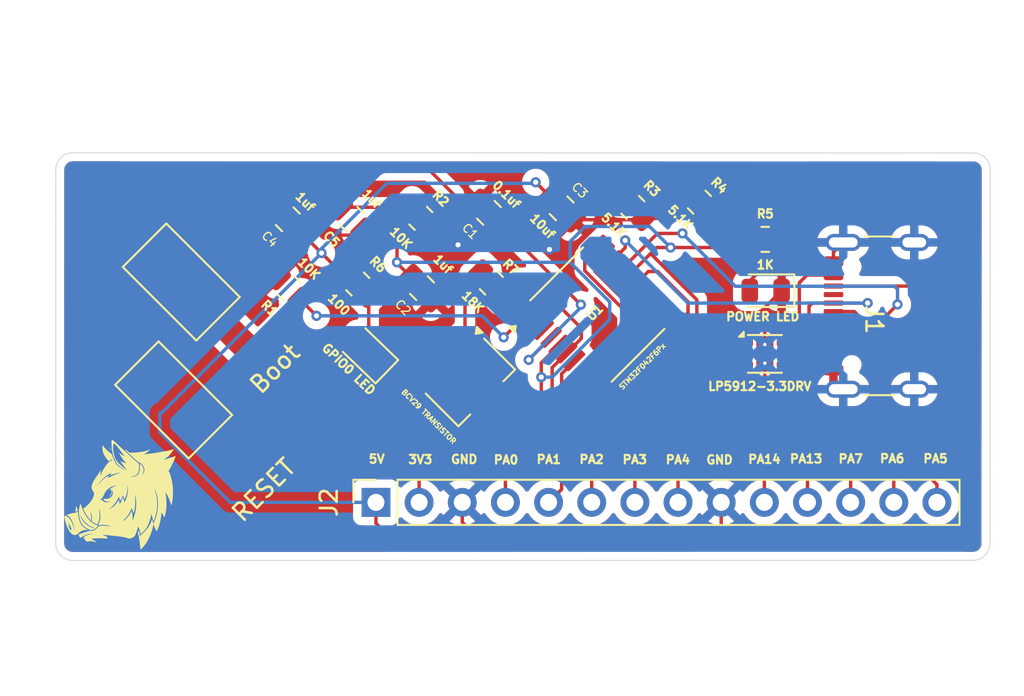
<source format=kicad_pcb>
(kicad_pcb (version 20241229) (generator "pcbnew") (generator_version "9.0")
  (layers (0 "F.Cu" signal) (2 "B.Cu" signal) (13 "F.Paste" user) (15 "B.Paste" user) (5 "F.SilkS" user "F.Silkscreen") (7 "B.SilkS" user "B.Silkscreen") (1 "F.Mask" user) (3 "B.Mask" user) (25 "Edge.Cuts" user))
  (net 0 "")
  (net 1 "GND")
  (net 2 "Net-(U1-NRST)")
  (net 3 "/3V3")
  (net 4 "/5v")
  (net 5 "Net-(D1-A)")
  (net 6 "Net-(D2-K)")
  (net 7 "Net-(D2-A)")
  (net 8 "/PA3")
  (net 9 "/PA4")
  (net 10 "/PA0")
  (net 11 "/PA2")
  (net 12 "/PA1")
  (net 13 "/PA5")
  (net 14 "/PA7")
  (net 15 "/PA6")
  (net 16 "/PA14")
  (net 17 "/PA13")
  (net 18 "Net-(U1-PB8)")
  (net 19 "Net-(J1-CC1)")
  (net 20 "Net-(J1-CC2)")
  (net 21 "/USB DM")
  (net 24 "/USB DP")
  (net 28 "Net-(Q1-B)")
  (footprint "Resistor_SMD:R_0805_2012Metric" (layer "F.Cu") (at 137.97 82.22 135)
    (property "Reference" "R3" (at 0 1.569777 135) (layer "F.SilkS") (effects (font (size 0.5 0.5) (thickness 0.125))))
    (property "Value" "5.1K" (at 0.042426 -1.541493 135) (layer "F.SilkS") (effects (font (size 0.5 0.5) (thickness 0.125))))
    (pad "1" smd roundrect (at -0.9125 0 135) (size 1.025 1.4) (layers "F.Cu" "F.Mask" "F.Paste") (roundrect_rratio 0.243902) (net 1 "GND"))
    (pad "2" smd roundrect (at 0.9125 0 135) (size 1.025 1.4) (layers "F.Cu" "F.Mask" "F.Paste") (roundrect_rratio 0.243902) (net 19 "Net-(J1-CC1)"))
  )
  (footprint "Resistor_SMD:R_0805_2012Metric" (layer "F.Cu") (at 141.89 81.91 135)
    (property "Reference" "R4" (at -0.127279 1.513209 135) (layer "F.SilkS") (effects (font (size 0.5 0.5) (thickness 0.125))))
    (property "Value" "5.1K" (at 0.148492 -1.435427 135) (layer "F.SilkS") (effects (font (size 0.5 0.5) (thickness 0.125))))
    (pad "1" smd roundrect (at -0.9125 0 135) (size 1.025 1.4) (layers "F.Cu" "F.Mask" "F.Paste") (roundrect_rratio 0.243902) (net 1 "GND"))
    (pad "2" smd roundrect (at 0.9125 0 135) (size 1.025 1.4) (layers "F.Cu" "F.Mask" "F.Paste") (roundrect_rratio 0.243902) (net 20 "Net-(J1-CC2)"))
  )
  (footprint "Package_SO:TSSOP-20_4.4x6.5mm_P0.65mm" (layer "F.Cu") (at 135.88 88.53 45)
    (property "Reference" "U1" (at -0.0175 -0.195 45) (layer "F.SilkS") (effects (font (size 0.5 0.5) (thickness 0.125))))
    (property "Value" "STM32F042F6Px" (hide yes))
    (pad "1" smd roundrect (at -2.8625 -2.925 45) (size 1.475 0.4) (layers "F.Cu" "F.Mask" "F.Paste") (net 18 "Net-(U1-PB8)"))
    (pad "2" smd roundrect (at -2.8625 -2.275 45) (size 1.475 0.4) (layers "F.Cu" "F.Mask" "F.Paste"))
    (pad "3" smd roundrect (at -2.8625 -1.625 45) (size 1.475 0.4) (layers "F.Cu" "F.Mask" "F.Paste"))
    (pad "4" smd roundrect (at -2.8625 -0.975 45) (size 1.475 0.4) (layers "F.Cu" "F.Mask" "F.Paste") (net 2 "Net-(U1-NRST)"))
    (pad "5" smd roundrect (at -2.8625 -0.325 45) (size 1.475 0.4) (layers "F.Cu" "F.Mask" "F.Paste") (net 3 "/3V3"))
    (pad "6" smd roundrect (at -2.8625 0.325 45) (size 1.475 0.4) (layers "F.Cu" "F.Mask" "F.Paste") (net 10 "/PA0"))
    (pad "7" smd roundrect (at -2.8625 0.975 45) (size 1.475 0.4) (layers "F.Cu" "F.Mask" "F.Paste") (net 12 "/PA1"))
    (pad "8" smd roundrect (at -2.8625 1.625 45) (size 1.475 0.4) (layers "F.Cu" "F.Mask" "F.Paste") (net 11 "/PA2"))
    (pad "9" smd roundrect (at -2.8625 2.275 45) (size 1.475 0.4) (layers "F.Cu" "F.Mask" "F.Paste") (net 8 "/PA3"))
    (pad "10" smd roundrect (at -2.8625 2.925 45) (size 1.475 0.4) (layers "F.Cu" "F.Mask" "F.Paste") (net 9 "/PA4"))
    (pad "11" smd roundrect (at 2.8625 2.925 45) (size 1.475 0.4) (layers "F.Cu" "F.Mask" "F.Paste") (net 13 "/PA5"))
    (pad "12" smd roundrect (at 2.8625 2.275 45) (size 1.475 0.4) (layers "F.Cu" "F.Mask" "F.Paste") (net 15 "/PA6"))
    (pad "13" smd roundrect (at 2.8625 1.625 45) (size 1.475 0.4) (layers "F.Cu" "F.Mask" "F.Paste") (net 14 "/PA7"))
    (pad "14" smd roundrect (at 2.8625 0.975 45) (size 1.475 0.4) (layers "F.Cu" "F.Mask" "F.Paste"))
    (pad "15" smd roundrect (at 2.8625 0.325 45) (size 1.475 0.4) (layers "F.Cu" "F.Mask" "F.Paste") (net 1 "GND"))
    (pad "16" smd roundrect (at 2.8625 -0.325 45) (size 1.475 0.4) (layers "F.Cu" "F.Mask" "F.Paste") (net 3 "/3V3"))
    (pad "17" smd roundrect (at 2.8625 -0.975 45) (size 1.475 0.4) (layers "F.Cu" "F.Mask" "F.Paste") (net 21 "/USB DM"))
    (pad "18" smd roundrect (at 2.8625 -1.625 45) (size 1.475 0.4) (layers "F.Cu" "F.Mask" "F.Paste") (net 24 "/USB DP"))
    (pad "19" smd roundrect (at 2.8625 -2.275 45) (size 1.475 0.4) (layers "F.Cu" "F.Mask" "F.Paste") (net 17 "/PA13"))
    (pad "20" smd roundrect (at 2.8625 -2.925 45) (size 1.475 0.4) (layers "F.Cu" "F.Mask" "F.Paste") (net 16 "/PA14"))
  )
  (footprint "Button_Switch_SMD:SW_SPST_FSMSM" (layer "F.Cu") (at 110.94 93.55 135)
    (property "Reference" "SW2" (hide yes))
    (property "Value" "RESET" (at -7.5 0 45) (layer "F.SilkS"))
    (pad "1" smd rect (at -4.59 0 135) (size 2.18 1.6) (layers "F.Cu" "F.Mask" "F.Paste") (net 1 "GND"))
    (pad "2" smd rect (at 4.59 0 135) (size 2.18 1.6) (layers "F.Cu" "F.Mask" "F.Paste") (net 2 "Net-(U1-NRST)"))
  )
  (footprint "Resistor_SMD:R_0805_2012Metric" (layer "F.Cu") (at 121.78 86.73 -45)
    (property "Reference" "R6" (at 0.021213 -1.647559 135) (layer "F.SilkS") (effects (font (size 0.5 0.5) (thickness 0.125))))
    (property "Value" "100" (at 0.070711 1.640488 135) (layer "F.SilkS") (effects (font (size 0.5 0.5) (thickness 0.125))))
    (pad "1" smd roundrect (at -0.9125 0 315) (size 1.025 1.4) (layers "F.Cu" "F.Mask" "F.Paste") (roundrect_rratio 0.243902) (net 4 "/5v"))
    (pad "2" smd roundrect (at 0.9125 0 315) (size 1.025 1.4) (layers "F.Cu" "F.Mask" "F.Paste") (roundrect_rratio 0.243902) (net 7 "Net-(D2-A)"))
  )
  (footprint "Resistor_SMD:R_0805_2012Metric" (layer "F.Cu") (at 125.49 82.86 -45)
    (property "Reference" "R2" (at 0 -1.65 135) (layer "F.SilkS") (effects (font (size 0.5 0.5) (thickness 0.125))))
    (property "Value" "10K" (at 0 1.65 135) (layer "F.SilkS") (effects (font (size 0.5 0.5) (thickness 0.125))))
    (pad "1" smd roundrect (at -0.9125 0 315) (size 1.025 1.4) (layers "F.Cu" "F.Mask" "F.Paste") (roundrect_rratio 0.243902) (net 3 "/3V3"))
    (pad "2" smd roundrect (at 0.9125 0 315) (size 1.025 1.4) (layers "F.Cu" "F.Mask" "F.Paste") (roundrect_rratio 0.243902) (net 2 "Net-(U1-NRST)"))
  )
  (footprint "Connector_USB:USB_C_Receptacle_GCT_USB4105-xx-A_16P_TopMnt_Horizontal" (layer "F.Cu") (at 153.46 88.6 90)
    (property "Reference" "J1" (at -0.22 -1.28 270) (layer "F.SilkS"))
    (property "Value" "USB_C_Receptacle_USB2.0_16P" (hide yes))
    (pad "" np_thru_hole circle (at -2.89 -2.605 90) (size 0.65 0.65) (drill 0.65) (layers "*.Cu" "*.Mask"))
    (pad "" np_thru_hole circle (at 2.89 -2.605 90) (size 0.65 0.65) (drill 0.65) (layers "*.Cu" "*.Mask"))
    (pad "A1" smd roundrect (at -3.2 -3.68 90) (size 0.6 1.15) (layers "F.Cu" "F.Mask" "F.Paste") (net 1 "GND"))
    (pad "A4" smd roundrect (at -2.4 -3.68 90) (size 0.6 1.15) (layers "F.Cu" "F.Mask" "F.Paste") (net 4 "/5v"))
    (pad "A5" smd roundrect (at -1.25 -3.68 90) (size 0.3 1.15) (layers "F.Cu" "F.Mask" "F.Paste") (net 19 "Net-(J1-CC1)"))
    (pad "A6" smd roundrect (at -0.25 -3.68 90) (size 0.3 1.15) (layers "F.Cu" "F.Mask" "F.Paste") (net 24 "/USB DP"))
    (pad "A7" smd roundrect (at 0.25 -3.68 90) (size 0.3 1.15) (layers "F.Cu" "F.Mask" "F.Paste") (net 21 "/USB DM"))
    (pad "A8" smd roundrect (at 1.25 -3.68 90) (size 0.3 1.15) (layers "F.Cu" "F.Mask" "F.Paste"))
    (pad "A9" smd roundrect (at 2.4 -3.68 90) (size 0.6 1.15) (layers "F.Cu" "F.Mask" "F.Paste") (net 4 "/5v"))
    (pad "A12" smd roundrect (at 3.2 -3.68 90) (size 0.6 1.15) (layers "F.Cu" "F.Mask" "F.Paste") (net 1 "GND"))
    (pad "B1" smd roundrect (at 3.2 -3.68 90) (size 0.6 1.15) (layers "F.Cu" "F.Mask" "F.Paste") (net 1 "GND"))
    (pad "B4" smd roundrect (at 2.4 -3.68 90) (size 0.6 1.15) (layers "F.Cu" "F.Mask" "F.Paste") (net 4 "/5v"))
    (pad "B5" smd roundrect (at 1.75 -3.68 90) (size 0.3 1.15) (layers "F.Cu" "F.Mask" "F.Paste") (net 20 "Net-(J1-CC2)"))
    (pad "B6" smd roundrect (at 0.75 -3.68 90) (size 0.3 1.15) (layers "F.Cu" "F.Mask" "F.Paste") (net 24 "/USB DP"))
    (pad "B7" smd roundrect (at -0.75 -3.68 90) (size 0.3 1.15) (layers "F.Cu" "F.Mask" "F.Paste") (net 21 "/USB DM"))
    (pad "B8" smd roundrect (at -1.75 -3.68 90) (size 0.3 1.15) (layers "F.Cu" "F.Mask" "F.Paste"))
    (pad "B9" smd roundrect (at -2.4 -3.68 90) (size 0.6 1.15) (layers "F.Cu" "F.Mask" "F.Paste") (net 4 "/5v"))
    (pad "B12" smd roundrect (at -3.2 -3.68 90) (size 0.6 1.15) (layers "F.Cu" "F.Mask" "F.Paste") (net 1 "GND"))
    (pad "S1" thru_hole oval (at -4.32 -3.105 90) (size 1 2.1) (drill oval 0.6 1.7) (property pad_prop_heatsink) (layers "*.Cu" "*.Mask" "F.Paste") (net 1 "GND"))
    (pad "S1" thru_hole oval (at -4.32 1.075 90) (size 1 1.8) (drill oval 0.6 1.4) (property pad_prop_heatsink) (layers "*.Cu" "*.Mask" "F.Paste") (net 1 "GND"))
    (pad "S1" thru_hole oval (at 4.32 -3.105 90) (size 1 2.1) (drill oval 0.6 1.7) (property pad_prop_heatsink) (layers "*.Cu" "*.Mask" "F.Paste") (net 1 "GND"))
    (pad "S1" thru_hole oval (at 4.32 1.075 90) (size 1 1.8) (drill oval 0.6 1.4) (property pad_prop_heatsink) (layers "*.Cu" "*.Mask" "F.Paste") (net 1 "GND"))
  )
  (footprint "LED_SMD:LED_0805_2012Metric" (layer "F.Cu") (at 122.28 90.72 136)
    (property "Reference" "GPIO0 LED" (at 0.0356 -1.456284 136) (layer "F.SilkS") (effects (font (size 0.5 0.5) (thickness 0.125))))
    (property "Value" "LED" (hide yes))
    (pad "1" smd roundrect (at -0.9375 0 136) (size 0.975 1.4) (layers "F.Cu" "F.Mask" "F.Paste") (net 6 "Net-(D2-K)"))
    (pad "2" smd roundrect (at 0.9375 0 136) (size 0.975 1.4) (layers "F.Cu" "F.Mask" "F.Paste") (net 7 "Net-(D2-A)"))
  )
  (footprint "Capacitor_SMD:C_0805_2012Metric" (layer "F.Cu") (at 133.78 82.27 -45)
    (property "Reference" "C3" (hide yes))
    (property "Value" "10uf" (at -0.042426 1.541493 135) (layer "F.SilkS") (effects (font (size 0.5 0.5) (thickness 0.125))))
    (fp_text user "${REFERENCE}" (at 0 -1.5 135) (layer "F.SilkS") (effects (font (size 0.5 0.5) (thickness 0.08))))
    (pad "1" smd roundrect (at -0.949999 0 315) (size 1 1.45) (layers "F.Cu" "F.Mask" "F.Paste") (net 4 "/5v"))
    (pad "2" smd roundrect (at 0.949999 0 315) (size 1 1.45) (layers "F.Cu" "F.Mask" "F.Paste") (net 1 "GND"))
  )
  (footprint "Resistor_SMD:R_0805_2012Metric" (layer "F.Cu") (at 117.74 86.99 135)
    (property "Reference" "R1" (at 0 -1.65 135) (layer "F.SilkS") (effects (font (size 0.5 0.5) (thickness 0.125))))
    (property "Value" "10K" (at 0 1.65 135) (layer "F.SilkS") (effects (font (size 0.5 0.5) (thickness 0.125))))
    (pad "1" smd roundrect (at -0.9125 0 135) (size 1.025 1.4) (layers "F.Cu" "F.Mask" "F.Paste") (roundrect_rratio 0.243902) (net 18 "Net-(U1-PB8)"))
    (pad "2" smd roundrect (at 0.9125 0 135) (size 1.025 1.4) (layers "F.Cu" "F.Mask" "F.Paste") (roundrect_rratio 0.243902) (net 1 "GND"))
  )
  (footprint "Capacitor_SMD:C_0805_2012Metric" (layer "F.Cu") (at 121.42 82.9 135)
    (property "Reference" "C5" (at 0 -1.679999 135) (layer "F.SilkS") (effects (font (size 0.5 0.5) (thickness 0.125))))
    (property "Value" "1uf" (at 0 1.679999 135) (layer "F.SilkS") (effects (font (size 0.5 0.5) (thickness 0.125))))
    (pad "1" smd roundrect (at -0.949999 0 135) (size 1 1.45) (layers "F.Cu" "F.Mask" "F.Paste") (net 1 "GND"))
    (pad "2" smd roundrect (at 0.949999 0 135) (size 1 1.45) (layers "F.Cu" "F.Mask" "F.Paste") (net 3 "/3V3"))
  )
  (footprint "Button_Switch_SMD:SW_SPST_FSMSM" (layer "F.Cu") (at 111.39 86.61 135)
    (property "Reference" "SW1" (hide yes))
    (property "Value" "Boot" (at -7.502403 0.289914 45) (layer "F.SilkS"))
    (pad "1" smd rect (at -4.59 0 135) (size 2.18 1.6) (layers "F.Cu" "F.Mask" "F.Paste") (net 18 "Net-(U1-PB8)"))
    (pad "2" smd rect (at 4.59 0 135) (size 2.18 1.6) (layers "F.Cu" "F.Mask" "F.Paste") (net 3 "/3V3"))
  )
  (footprint "Capacitor_SMD:C_0805_2012Metric" (layer "F.Cu") (at 129.5 82.54 135)
    (property "Reference" "C1" (hide yes))
    (property "Value" "0.1uf" (at 0.035355 1.491995 135) (layer "F.SilkS") (effects (font (size 0.5 0.5) (thickness 0.125))))
    (fp_text user "${REFERENCE}" (at 0.021213 -1.548564 135) (layer "F.SilkS") (effects (font (size 0.5 0.5) (thickness 0.08))))
    (pad "1" smd roundrect (at -0.949999 0 135) (size 1 1.45) (layers "F.Cu" "F.Mask" "F.Paste") (net 2 "Net-(U1-NRST)"))
    (pad "2" smd roundrect (at 0.949999 0 135) (size 1 1.45) (layers "F.Cu" "F.Mask" "F.Paste") (net 1 "GND"))
  )
  (footprint "FOOTprint:Boar1" (layer "F.Cu") (at 107.79 99.14)
    (property "Reference" "G***" (hide yes))
    (property "Value" "LOGO" (hide yes))
  )
  (footprint "Connector_PinSocket_2.54mm:PinSocket_1x14_P2.54mm_Vertical" (layer "F.Cu") (at 122.85 99.58 90)
    (property "Reference" "J2" (at 0 -2.77 90) (layer "F.SilkS"))
    (property "Value" "Conn_01x14_Pin")
    (pad "1" thru_hole rect (at 0 0 90) (size 1.7 1.7) (drill 1) (layers "*.Cu" "*.Mask") (net 4 "/5v"))
    (pad "2" thru_hole circle (at 0 2.54 90) (size 1.7 1.7) (drill 1) (layers "*.Cu" "*.Mask") (net 3 "/3V3"))
    (pad "3" thru_hole circle (at 0 5.08 90) (size 1.7 1.7) (drill 1) (layers "*.Cu" "*.Mask") (net 1 "GND"))
    (pad "4" thru_hole circle (at 0 7.62 90) (size 1.7 1.7) (drill 1) (layers "*.Cu" "*.Mask") (net 10 "/PA0"))
    (pad "5" thru_hole circle (at 0 10.16 90) (size 1.7 1.7) (drill 1) (layers "*.Cu" "*.Mask") (net 12 "/PA1"))
    (pad "6" thru_hole circle (at 0 12.7 90) (size 1.7 1.7) (drill 1) (layers "*.Cu" "*.Mask") (net 11 "/PA2"))
    (pad "7" thru_hole circle (at 0 15.24 90) (size 1.7 1.7) (drill 1) (layers "*.Cu" "*.Mask") (net 8 "/PA3"))
    (pad "8" thru_hole circle (at 0 17.78 90) (size 1.7 1.7) (drill 1) (layers "*.Cu" "*.Mask") (net 9 "/PA4"))
    (pad "9" thru_hole circle (at 0 20.32 90) (size 1.7 1.7) (drill 1) (layers "*.Cu" "*.Mask") (net 1 "GND"))
    (pad "10" thru_hole circle (at 0 22.86 90) (size 1.7 1.7) (drill 1) (layers "*.Cu" "*.Mask") (net 16 "/PA14"))
    (pad "11" thru_hole circle (at 0 25.4 90) (size 1.7 1.7) (drill 1) (layers "*.Cu" "*.Mask") (net 17 "/PA13"))
    (pad "12" thru_hole circle (at 0 27.94 90) (size 1.7 1.7) (drill 1) (layers "*.Cu" "*.Mask") (net 14 "/PA7"))
    (pad "13" thru_hole circle (at 0 30.48 90) (size 1.7 1.7) (drill 1) (layers "*.Cu" "*.Mask") (net 15 "/PA6"))
    (pad "14" thru_hole circle (at 0 33.02 90) (size 1.7 1.7) (drill 1) (layers "*.Cu" "*.Mask") (net 13 "/PA5"))
  )
  (footprint "Capacitor_SMD:C_0805_2012Metric" (layer "F.Cu") (at 117.66 82.92 -45)
    (property "Reference" "C4" (hide yes))
    (property "Value" "1uf" (at -0.007071 -1.463711 135) (layer "F.SilkS") (effects (font (size 0.5 0.5) (thickness 0.125))))
    (fp_text user "${REFERENCE}" (at 0.06364 1.576848 135) (layer "F.SilkS") (effects (font (size 0.5 0.5) (thickness 0.08))))
    (pad "1" smd roundrect (at -0.949999 0 315) (size 1 1.45) (layers "F.Cu" "F.Mask" "F.Paste") (net 1 "GND"))
    (pad "2" smd roundrect (at 0.949999 0 315) (size 1 1.45) (layers "F.Cu" "F.Mask" "F.Paste") (net 4 "/5v"))
  )
  (footprint "Package_TO_SOT_SMD:SOT-89-3" (layer "F.Cu") (at 128.41 92.47 -45)
    (property "Reference" "BCV29 TRANSISTOR" (at -0.274157 3.188118 135) (layer "F.SilkS") (effects (font (size 0.3 0.3) (thickness 0.075))))
    (property "Value" "BCV29" (hide yes))
    (pad "1" smd roundrect (at -1.95 -1.5 315) (size 1.3 0.9) (layers "F.Cu" "F.Mask" "F.Paste") (net 28 "Net-(Q1-B)"))
    (pad "2" smd custom (at -1.862499 0 315) (size 1.475 0.9) (layers "F.Cu" "F.Mask" "F.Paste") (net 6 "Net-(D2-K)") (options (clearance outline) (anchor rect)) (primitives (gr_poly (pts (xy 3.8625 0.8665) (xy 0.7375 0.8665) (xy 0.7375 -0.8665) (xy 3.8625 -0.8665)) (width 0) (fill yes))))
    (pad "3" smd roundrect (at -1.95 1.5 315) (size 1.3 0.9) (layers "F.Cu" "F.Mask" "F.Paste") (net 1 "GND"))
  )
  (footprint "Package_SON:WSON-6-1EP_2x2mm_P0.65mm_EP1x1.6mm_ThermalVias" (layer "F.Cu") (at 145.74 90.84)
    (property "Reference" "U2" (hide yes))
    (property "Value" "LP5912-3.3DRV" (at -0.3 1.91 0) (layer "F.SilkS") (effects (font (size 0.5 0.5) (thickness 0.125))))
    (pad "1" smd roundrect (at -0.8875 -0.65) (size 0.375 0.4) (layers "F.Cu" "F.Mask" "F.Paste") (net 3 "/3V3"))
    (pad "2" smd roundrect (at -0.8875 0) (size 0.375 0.4) (layers "F.Cu" "F.Mask" "F.Paste"))
    (pad "3" smd roundrect (at -0.8875 0.65) (size 0.375 0.4) (layers "F.Cu" "F.Mask" "F.Paste"))
    (pad "4" smd roundrect (at 0.8875 0.65) (size 0.375 0.4) (layers "F.Cu" "F.Mask" "F.Paste") (net 4 "/5v"))
    (pad "5" smd roundrect (at 0.8875 0) (size 0.375 0.4) (layers "F.Cu" "F.Mask" "F.Paste") (net 1 "GND"))
    (pad "6" smd roundrect (at 0.8875 -0.65) (size 0.375 0.4) (layers "F.Cu" "F.Mask" "F.Paste") (net 4 "/5v"))
    (pad "7" thru_hole circle (at 0 -0.55) (size 0.5 0.5) (drill 0.2) (property pad_prop_heatsink) (layers "*.Cu") (net 1 "GND"))
    (pad "7" smd rect (at 0 0) (size 0.5 1.6) (property pad_prop_heatsink) (layers "B.Cu") (net 1 "GND"))
    (pad "7" smd rect (at 0 0) (size 1 1.6) (property pad_prop_heatsink) (layers "F.Cu" "F.Mask") (net 1 "GND"))
    (pad "7" thru_hole circle (at 0 0.55) (size 0.5 0.5) (drill 0.2) (property pad_prop_heatsink) (layers "*.Cu") (net 1 "GND"))
  )
  (footprint "Resistor_SMD:R_0805_2012Metric" (layer "F.Cu") (at 129.64 86.67 135)
    (property "Reference" "R7" (hide yes))
    (property "Value" "18K" (at -0.028284 -1.555635 135) (layer "F.SilkS") (effects (font (size 0.5 0.5) (thickness 0.125))))
    (pad "1" smd roundrect (at -0.9125 0 135) (size 1.025 1.4) (layers "F.Cu" "F.Mask" "F.Paste") (roundrect_rratio 0.243902) (net 10 "/PA0"))
    (pad "2" smd roundrect (at 0.9125 0 135) (size 1.025 1.4) (layers "F.Cu" "F.Mask" "F.Paste") (roundrect_rratio 0.243902) (net 28 "Net-(Q1-B)"))
  )
  (footprint "Capacitor_SMD:C_0805_2012Metric" (layer "F.Cu") (at 125.56 86.97 -45)
    (property "Reference" "C2" (hide yes))
    (property "Value" "1uf" (at -0.120208 -1.873833 135) (layer "F.SilkS") (effects (font (size 0.5 0.5) (thickness 0.125))))
    (fp_text user "${REFERENCE}" (at 0.014142 1.598061 135) (layer "F.SilkS") (effects (font (size 0.5 0.5) (thickness 0.08))))
    (pad "1" smd roundrect (at -0.949999 0 315) (size 1 1.45) (layers "F.Cu" "F.Mask" "F.Paste") (net 3 "/3V3"))
    (pad "2" smd roundrect (at 0.949999 0 315) (size 1 1.45) (layers "F.Cu" "F.Mask" "F.Paste") (net 1 "GND"))
  )
  (footprint "Resistor_SMD:R_0805_2012Metric" (layer "F.Cu") (at 145.765 84.1)
    (property "Reference" "R5" (at 0 -1.5 0) (layer "F.SilkS") (effects (font (size 0.5 0.5) (thickness 0.125))))
    (property "Value" "1K" (at 0 1.5 0) (layer "F.SilkS") (effects (font (size 0.5 0.5) (thickness 0.125))))
    (pad "1" smd roundrect (at -0.9125 0) (size 1.025 1.4) (layers "F.Cu" "F.Mask" "F.Paste") (roundrect_rratio 0.243902) (net 3 "/3V3"))
    (pad "2" smd roundrect (at 0.9125 0) (size 1.025 1.4) (layers "F.Cu" "F.Mask" "F.Paste") (roundrect_rratio 0.243902) (net 5 "Net-(D1-A)"))
  )
  (footprint "LED_SMD:LED_0805_2012Metric" (layer "F.Cu") (at 145.79 87.12 180)
    (property "Reference" "POWER LED " (at -0.0175 -1.53 0) (layer "F.SilkS") (effects (font (size 0.5 0.5) (thickness 0.125))))
    (property "Value" "LED" (hide yes))
    (pad "1" smd roundrect (at -0.9375 0 180) (size 0.975 1.4) (layers "F.Cu" "F.Mask" "F.Paste") (net 1 "GND"))
    (pad "2" smd roundrect (at 0.9375 0 180) (size 0.975 1.4) (layers "F.Cu" "F.Mask" "F.Paste") (net 5 "Net-(D1-A)"))
  )
  (gr_arc (start 104.003247 80) (mid 104.295189 79.295189) (end 105 79.003247) (stroke (width 0.05)) (layer "Edge.Cuts"))
  (gr_line (start 104 102) (end 104.003247 80) (stroke (width 0.05)) (layer "Edge.Cuts"))
  (gr_arc (start 104.99 102.99995) (mid 104.289366 102.703562) (end 104 102) (stroke (width 0.05)) (layer "Edge.Cuts"))
  (gr_line (start 104.99 102.999996) (end 158 102.990201) (stroke (width 0.05)) (layer "Edge.Cuts"))
  (gr_arc (start 158.99 102.02) (mid 158.693071 102.707214) (end 158 102.990202) (stroke (width 0.05)) (layer "Edge.Cuts"))
  (gr_line (start 158.989999 102.02) (end 159.002988 79.99398) (stroke (width 0.05)) (layer "Edge.Cuts"))
  (gr_arc (start 158.032786 79.013071) (mid 158.72 79.31) (end 159.002988 80.003071) (stroke (width 0.05)) (layer "Edge.Cuts"))
  (gr_line (start 158.03275 79.013071) (end 105 79.003247) (stroke (width 0.05)) (layer "Edge.Cuts"))
  (gr_text "PA13\n\n\n" (at 147.15 98.92 0) (layer "F.SilkS") (effects (font (size 0.5 0.5) (thickness 0.125) (bold yes)) (justify left bottom)))
  (gr_text "PA0\n" (at 129.72 97.37 0) (layer "F.SilkS") (effects (font (size 0.5 0.5) (thickness 0.125) (bold yes)) (justify left bottom)))
  (gr_text "GND\n" (at 142.23 97.37 0) (layer "F.SilkS") (effects (font (size 0.5 0.5) (thickness 0.125) (bold yes)) (justify left bottom)))
  (gr_text "PA6\n\n\n\n" (at 152.45 99.71 0) (layer "F.SilkS") (effects (font (size 0.5 0.5) (thickness 0.125) (bold yes)) (justify left bottom)))
  (gr_text "R7" (at 130.18 85.54 315) (layer "F.SilkS") (effects (font (size 0.5 0.5) (thickness 0.125) (bold yes)) (justify left bottom)))
  (gr_text "PA14\n\n" (at 144.69 98.14 0) (layer "F.SilkS") (effects (font (size 0.5 0.5) (thickness 0.125) (bold yes)) (justify left bottom)))
  (gr_text "PA3\n\n" (at 137.3 98.16 0) (layer "F.SilkS") (effects (font (size 0.5 0.5) (thickness 0.125) (bold yes)) (justify left bottom)))
  (gr_text "STM32F042F6Px" (at 137.34 93.02 45) (layer "F.SilkS") (effects (font (size 0.3 0.3) (thickness 0.075)) (justify left bottom)))
  (gr_text "GND\n" (at 127.2 97.34 0) (layer "F.SilkS") (effects (font (size 0.5 0.5) (thickness 0.125) (bold yes)) (justify left bottom)))
  (gr_text "3V3\n" (at 124.69 97.35 0) (layer "F.SilkS") (effects (font (size 0.5 0.5) (thickness 0.125) (bold yes)) (justify left bottom)))
  (gr_text "PA2\n\n" (at 134.76 98.15 0) (layer "F.SilkS") (effects (font (size 0.5 0.5) (thickness 0.125) (bold yes)) (justify left bottom)))
  (gr_text "PA5\n\n\n\n\n" (at 155 100.52 0) (layer "F.SilkS") (effects (font (size 0.5 0.5) (thickness 0.125) (bold yes)) (justify left bottom)))
  (gr_text "PA4\n\n" (at 139.84 98.17 0) (layer "F.SilkS") (effects (font (size 0.5 0.5) (thickness 0.125) (bold yes)) (justify left bottom)))
  (gr_text "PA1\n\n" (at 132.24 98.15 0) (layer "F.SilkS") (effects (font (size 0.5 0.5) (thickness 0.125) (bold yes)) (justify left bottom)))
  (gr_text "PA7\n\n\n" (at 150.01 98.92 0) (layer "F.SilkS") (effects (font (size 0.5 0.5) (thickness 0.125) (bold yes)) (justify left bottom)))
  (gr_text "5V" (at 122.36 97.32 0) (layer "F.SilkS") (effects (font (size 0.5 0.5) (thickness 0.125) (bold yes)) (justify left bottom)))
  (segment (start 153.93 95.39) (end 157.42 98.88) (width 0.2) (layer "F.Cu") (net 1))
  (segment (start 142.225235 82.865235) (end 142.535235 82.555235) (width 0.2) (layer "F.Cu") (net 1))
  (segment (start 138.88 85.99) (end 139.43 85.99) (width 0.2) (layer "F.Cu") (net 1))
  (segment (start 130.24 80.89) (end 129.806498 80.89) (width 0.2) (layer "F.Cu") (net 1))
  (segment (start 144.14 92.92) (end 145.55 94.33) (width 0.2) (layer "F.Cu") (net 1))
  (segment (start 145.74 92.92) (end 146.33 92.92) (width 0.2) (layer "F.Cu") (net 1))
  (segment (start 146.62 95.39) (end 153.93 95.39) (width 0.2) (layer "F.Cu") (net 1))
  (segment (start 126.231751 87.641751) (end 124.471751 87.641751) (width 0.2) (layer "F.Cu") (net 1))
  (segment (start 149.78 85.4) (end 149.78 84.855) (width 0.2) (layer "F.Cu") (net 1))
  (segment (start 138.538719 82.941751) (end 138.615235 82.865235) (width 0.2) (layer "F.Cu") (net 1))
  (segment (start 157.42 98.88) (end 157.42 100.84) (width 0.2) (layer "F.Cu") (net 1))
  (segment (start 146.7275 86.1225) (end 147.45 85.4) (width 0.2) (layer "F.Cu") (net 1))
  (segment (start 149.78 91.8) (end 149.78 92.345) (width 0.2) (layer "F.Cu") (net 1))
  (segment (start 138.394765 82.865235) (end 138.348249 82.911751) (width 0.2) (layer "F.Cu") (net 1))
  (segment (start 146.7275 87.12) (end 146.7275 86.1225) (width 0.2) (layer "F.Cu") (net 1))
  (segment (start 149.78 84.855) (end 150.355 84.28) (width 0.2) (layer "F.Cu") (net 1))
  (segment (start 124.471751 87.641751) (end 122.091751 85.261751) (width 0.2) (layer "F.Cu") (net 1))
  (segment (start 119.5 94.12) (end 124.002284 94.12) (width 0.2) (layer "F.Cu") (net 1))
  (segment (start 134.451751 82.941751) (end 132.291751 82.941751) (width 0.2) (layer "F.Cu") (net 1))
  (segment (start 116.924765 86.344765) (end 117.094765 86.344765) (width 0.2) (layer "F.Cu") (net 1))
  (segment (start 134.451751 82.941751) (end 138.538719 82.941751) (width 0.2) (layer "F.Cu") (net 1))
  (segment (start 114.18562 96.79562) (end 116.82438 96.79562) (width 0.2) (layer "F.Cu") (net 1))
  (segment (start 126.231751 85.868249) (end 127.68 84.42) (width 0.2) (layer "F.Cu") (net 1))
  (segment (start 145.56 94.33) (end 146.62 95.39) (width 0.2) (layer "F.Cu") (net 1))
  (segment (start 127.93 100.75) (end 128.47 101.29) (width 0.2) (layer "F.Cu") (net 1))
  (segment (start 128.47 101.29) (end 143.17 101.29) (width 0.2) (layer "F.Cu") (net 1))
  (segment (start 146.33 92.92) (end 150.355 92.92) (width 0.2) (layer "F.Cu") (net 1))
  (segment (start 124.002284 94.12) (end 125.970482 92.151802) (width 0.2) (layer "F.Cu") (net 1))
  (segment (start 116.988249 82.248249) (end 115.99 83.246498) (width 0.2) (layer "F.Cu") (net 1))
  (segment (start 118.28 81.66) (end 118.28 81.67) (width 0.2) (layer "F.Cu") (net 1))
  (segment (start 132.291751 83.921751) (end 133.06 84.69) (width 0.2) (layer "F.Cu") (net 1))
  (segment (start 147.655235 82.555235) (end 147.93 82.83) (width 0.2) (layer "F.Cu") (net 1))
  (segment (start 143.17 101.29) (end 143.17 99.58) (width 0.2) (layer "F.Cu") (net 1))
  (segment (start 121.813502 83.85) (end 122.091751 83.571751) (width 0.2) (layer "F.Cu") (net 1))
  (segment (start 150.355 84.28) (end 154.535 84.28) (width 0.2) (layer "F.Cu") (net 1))
  (segment (start 122.091751 85.261751) (end 122.091751 83.571751) (width 0.2) (layer "F.Cu") (net 1))
  (segment (start 114.18562 96.79562) (end 110.48 93.09) (width 0.2) (layer "F.Cu") (net 1))
  (segment (start 140.98 89.76) (end 144.14 92.92) (width 0.2) (layer "F.Cu") (net 1))
  (segment (start 126.231751 87.641751) (end 126.231751 85.868249) (width 0.2) (layer "F.Cu") (net 1))
  (segment (start 145.74 90.84) (end 145.74 92.92) (width 0.2) (layer "F.Cu") (net 1))
  (segment (start 116.82438 96.79562) (end 119.5 94.12) (width 0.2) (layer "F.Cu") (net 1))
  (segment (start 139.43 85.99) (end 141.22 87.78) (width 0.2) (layer "F.Cu") (net 1))
  (segment (start 147.45 85.4) (end 147.93 85.4) (width 0.2) (layer "F.Cu") (net 1))
  (segment (start 132.291751 82.941751) (end 132.291751 83.921751) (width 0.2) (layer "F.Cu") (net 1))
  (segment (start 138.133903 86.735717) (end 138.134283 86.735717) (width 0.2) (layer "F.Cu") (net 1))
  (segment (start 141.22 88.42) (end 140.98 88.66) (width 0.2) (layer "F.Cu") (net 1))
  (segment (start 120.46 83.85) (end 121.813502 83.85) (width 0.2) (layer "F.Cu") (net 1))
  (segment (start 146.6275 90.84) (end 145.74 90.84) (width 0.2) (layer "F.Cu") (net 1))
  (segment (start 118.28 81.67) (end 120.46 83.85) (width 0.2) (layer "F.Cu") (net 1))
  (segment (start 110.48 90.92) (end 115.92 85.48) (width 0.2) (layer "F.Cu") (net 1))
  (segment (start 149.78 92.345) (end 150.355 92.92) (width 0.2) (layer "F.Cu") (net 1))
  (segment (start 115.92 85.48) (end 115.99 85.41) (width 0.2) (layer "F.Cu") (net 1))
  (segment (start 115.99 83.246498) (end 115.99 85.41) (width 0.2) (layer "F.Cu") (net 1))
  (segment (start 150.355 92.92) (end 154.535 92.92) (width 0.2) (layer "F.Cu") (net 1))
  (segment (start 144.14 92.92) (end 146.33 92.92) (width 0.2) (layer "F.Cu") (net 1))
  (segment (start 142.535235 82.555235) (end 147.655235 82.555235) (width 0.2) (layer "F.Cu") (net 1))
  (segment (start 141.22 87.78) (end 141.22 88.42) (width 0.2) (layer "F.Cu") (net 1))
  (segment (start 129.806498 80.89) (end 128.828249 81.868249) (width 0.2) (layer "F.Cu") (net 1))
  (segment (start 145.55 94.33) (end 145.56 94.33) (width 0.2) (layer "F.Cu") (net 1))
  (segment (start 145.74 88.1075) (end 146.7275 87.12) (width 0.2) (layer "F.Cu") (net 1))
  (segment (start 116.988249 82.248249) (end 117.576498 81.66) (width 0.2) (layer "F.Cu") (net 1))
  (segment (start 138.615235 82.865235) (end 142.225235 82.865235) (width 0.2) (layer "F.Cu") (net 1))
  (segment (start 138.134283 86.735717) (end 138.88 85.99) (width 0.2) (layer "F.Cu") (net 1))
  (segment (start 138.615235 82.865235) (end 138.394765 82.865235) (width 0.2) (layer "F.Cu") (net 1))
  (segment (start 156.97 101.29) (end 143.17 101.29) (width 0.2) (layer "F.Cu") (net 1))
  (segment (start 127.93 99.58) (end 127.93 100.75) (width 0.2) (layer "F.Cu") (net 1))
  (segment (start 147.93 82.83) (end 147.93 85.4) (width 0.2) (layer "F.Cu") (net 1))
  (segment (start 157.42 100.84) (end 156.97 101.29) (width 0.2) (layer "F.Cu") (net 1))
  (segment (start 115.99 85.41) (end 116.924765 86.344765) (width 0.2) (layer "F.Cu") (net 1))
  (segment (start 140.98 88.66) (end 140.98 89.76) (width 0.2) (layer "F.Cu") (net 1))
  (segment (start 117.576498 81.66) (end 118.28 81.66) (width 0.2) (layer "F.Cu") (net 1))
  (segment (start 132.291751 82.941751) (end 130.24 80.89) (width 0.2) (layer "F.Cu") (net 1))
  (segment (start 147.93 85.4) (end 149.78 85.4) (width 0.2) (layer "F.Cu") (net 1))
  (segment (start 145.74 90.84) (end 145.74 88.1075) (width 0.2) (layer "F.Cu") (net 1))
  (segment (start 110.48 93.09) (end 110.48 90.92) (width 0.2) (layer "F.Cu") (net 1))
  (via (at 133.06 84.69) (size 0.6) (drill 0.3) (layers "F.Cu" "B.Cu") (net 1))
  (via (at 127.68 84.42) (size 0.6) (drill 0.3) (layers "F.Cu" "B.Cu") (net 1))
  (segment (start 127.68 84.42) (end 132.79 84.42) (width 0.2) (layer "B.Cu") (net 1))
  (segment (start 132.79 84.42) (end 133.06 84.69) (width 0.2) (layer "B.Cu") (net 1))
  (segment (start 107.69438 87.92438) (end 105.37 85.6) (width 0.2) (layer "F.Cu") (net 2))
  (segment (start 127.45 81.48) (end 127.45 83.505235) (width 0.2) (layer "F.Cu") (net 2))
  (segment (start 105.37 83.04) (end 108.37 80.04) (width 0.2) (layer "F.Cu") (net 2))
  (segment (start 105.37 85.6) (end 105.37 83.04) (width 0.2) (layer "F.Cu") (net 2))
  (segment (start 127.45 83.505235) (end 129.878267 83.505235) (width 0.2) (layer "F.Cu") (net 2))
  (segment (start 108.37 80.04) (end 126.01 80.04) (width 0.2) (layer "F.Cu") (net 2))
  (segment (start 133.165336 89.864664) (end 131.84 91.19) (width 0.2) (layer "F.Cu") (net 2))
  (segment (start 133.166478 89.864664) (end 133.165336 89.864664) (width 0.2) (layer "F.Cu") (net 2))
  (segment (start 129.878267 83.505235) (end 130.171751 83.211751) (width 0.2) (layer "F.Cu") (net 2))
  (segment (start 134.9 87.94) (end 134.91 87.94) (width 0.2) (layer "F.Cu") (net 2))
  (segment (start 126.01 80.04) (end 127.45 81.48) (width 0.2) (layer "F.Cu") (net 2))
  (segment (start 126.135235 83.505235) (end 127.45 83.505235) (width 0.2) (layer "F.Cu") (net 2))
  (segment (start 130.171751 83.211751) (end 134.9 87.94) (width 0.2) (layer "F.Cu") (net 2))
  (segment (start 107.69438 90.30438) (end 107.69438 87.92438) (width 0.2) (layer "F.Cu") (net 2))
  (via (at 134.91 87.94) (size 0.6) (drill 0.3) (layers "F.Cu" "B.Cu") (net 2))
  (via (at 131.84 91.19) (size 0.6) (drill 0.3) (layers "F.Cu" "B.Cu") (net 2))
  (segment (start 134.91 88.1) (end 131.84 91.17) (width 0.2) (layer "B.Cu") (net 2))
  (segment (start 134.91 87.94) (end 134.91 88.1) (width 0.2) (layer "B.Cu") (net 2))
  (segment (start 131.84 91.17) (end 131.84 91.19) (width 0.2) (layer "B.Cu") (net 2))
  (segment (start 109.01562 83.36438) (end 111.57 80.81) (width 0.2) (layer "F.Cu") (net 3))
  (segment (start 143.28 84.58) (end 143.76 84.1) (width 0.2) (layer "F.Cu") (net 3))
  (segment (start 141.5 88.83) (end 141.74 88.59) (width 0.2) (layer "F.Cu") (net 3))
  (segment (start 108.14438 83.36438) (end 109.01562 83.36438) (width 0.2) (layer "F.Cu") (net 3))
  (segment (start 140.19 84.58) (end 143.28 84.58) (width 0.2) (layer "F.Cu") (net 3))
  (segment (start 124.84 82.21) (end 124.844765 82.214765) (width 0.2) (layer "F.Cu") (net 3))
  (segment (start 133.626097 90.324283) (end 132.58 91.37038) (width 0.2) (layer "F.Cu") (net 3))
  (segment (start 125.39 98.22) (end 125.39 99.58) (width 0.2) (layer "F.Cu") (net 3))
  (segment (start 124.095235 82.214765) (end 124.844765 82.214765) (width 0.2) (layer "F.Cu") (net 3))
  (segment (start 139.37038 84.58) (end 140.19 84.58) (width 0.2) (layer "F.Cu") (net 3))
  (segment (start 124.888249 86.298249) (end 124.09 85.5) (width 0.2) (layer "F.Cu") (net 3))
  (segment (start 126.67 96.94) (end 125.39 98.22) (width 0.2) (layer "F.Cu") (net 3))
  (segment (start 143.76 84.1) (end 144.8525 84.1) (width 0.2) (layer "F.Cu") (net 3))
  (segment (start 111.57 80.81) (end 119.33 80.81) (width 0.2) (layer "F.Cu") (net 3))
  (segment (start 120.748249 82.228249) (end 120.766498 82.21) (width 0.2) (layer "F.Cu") (net 3))
  (segment (start 139.02019 84.94019) (end 139.01019 84.94019) (width 0.2) (layer "F.Cu") (net 3))
  (segment (start 137.674283 86.276097) (end 139.37038 84.58) (width 0.2) (layer "F.Cu") (net 3))
  (segment (start 129.31 96.94) (end 126.67 96.94) (width 0.2) (layer "F.Cu") (net 3))
  (segment (start 132.58 93.67) (end 129.31 96.94) (width 0.2) (layer "F.Cu") (net 3))
  (segment (start 141.74 88.59) (end 141.74 87.66) (width 0.2) (layer "F.Cu") (net 3))
  (segment (start 120.766498 82.21) (end 124.84 82.21) (width 0.2) (layer "F.Cu") (net 3))
  (segment (start 124.09 85.45) (end 124.09 82.22) (width 0.2) (layer "F.Cu") (net 3))
  (segment (start 141.74 87.66) (end 139.02019 84.94019) (width 0.2) (layer "F.Cu") (net 3))
  (segment (start 124.09 85.5) (end 124.09 85.45) (width 0.2) (layer "F.Cu") (net 3))
  (segment (start 141.5 89.6) (end 141.5 88.83) (width 0.2) (layer "F.Cu") (net 3))
  (segment (start 124.09 82.22) (end 124.095235 82.214765) (width 0.2) (layer "F.Cu") (net 3))
  (segment (start 142.09 90.19) (end 141.5 89.6) (width 0.2) (layer "F.Cu") (net 3))
  (segment (start 132.58 91.37038) (end 132.58 92.21) (width 0.2) (layer "F.Cu") (net 3))
  (segment (start 119.33 80.81) (end 120.748249 82.228249) (width 0.2) (layer "F.Cu") (net 3))
  (segment (start 132.58 92.21) (end 132.58 93.67) (width 0.2) (layer "F.Cu") (net 3))
  (segment (start 144.8525 90.19) (end 142.09 90.19) (width 0.2) (layer "F.Cu") (net 3))
  (via (at 140.19 84.58) (size 0.6) (drill 0.3) (layers "F.Cu" "B.Cu") (net 3))
  (via (at 132.58 92.21) (size 0.6) (drill 0.3) (layers "F.Cu" "B.Cu") (net 3))
  (via (at 124.09 85.45) (size 0.6) (drill 0.3) (layers "F.Cu" "B.Cu") (net 3))
  (segment (start 132.58 92.21) (end 133.22 92.21) (width 0.2) (layer "B.Cu") (net 3))
  (segment (start 133.22 92.21) (end 136.61 88.82) (width 0.2) (layer "B.Cu") (net 3))
  (segment (start 136.61 87.78) (end 134.28 85.45) (width 0.2) (layer "B.Cu") (net 3))
  (segment (start 134.28 84.23) (end 134.28 85.45) (width 0.2) (layer "B.Cu") (net 3))
  (segment (start 136.61 88.82) (end 136.61 87.78) (width 0.2) (layer "B.Cu") (net 3))
  (segment (start 140.19 84.58) (end 138.95 83.34) (width 0.2) (layer "B.Cu") (net 3))
  (segment (start 134.28 85.45) (end 124.09 85.45) (width 0.2) (layer "B.Cu") (net 3))
  (segment (start 138.95 83.34) (end 135.17 83.34) (width 0.2) (layer "B.Cu") (net 3))
  (segment (start 135.17 83.34) (end 134.28 84.23) (width 0.2) (layer "B.Cu") (net 3))
  (segment (start 146.6275 90.19) (end 147.77 90.19) (width 0.2) (layer "F.Cu") (net 4))
  (segment (start 148.53 91) (end 149.78 91) (width 0.2) (layer "F.Cu") (net 4))
  (segment (start 122.85 99.58) (end 122.85 100.81) (width 0.2) (layer "F.Cu") (net 4))
  (segment (start 155.1 94.92) (end 155.99 94.03) (width 0.2) (layer "F.Cu") (net 4))
  (segment (start 133.108249 81.598249) (end 132.25 80.74) (width 0.2) (layer "F.Cu") (net 4))
  (segment (start 147.77 86.65) (end 147.77 90.19) (width 0.2) (layer "F.Cu") (net 4))
  (segment (start 122.85 99.33) (end 122.85 99.58) (width 0.2) (layer "F.Cu") (net 4))
  (segment (start 119.645 84.905) (end 120.824765 86.084765) (width 0.2) (layer "F.Cu") (net 4))
  (segment (start 155.1 95.72) (end 155.1 94.92) (width 0.2) (layer "F.Cu") (net 4))
  (segment (start 120.824765 86.084765) (end 121.134765 86.084765) (width 0.2) (layer "F.Cu") (net 4))
  (segment (start 147.77 90.19) (end 148.34 90.19) (width 0.2) (layer "F.Cu") (net 4))
  (segment (start 149.78 86.2) (end 148.22 86.2) (width 0.2) (layer "F.Cu") (net 4))
  (segment (start 118.331751 83.591751) (end 119.645 84.905) (width 0.2) (layer "F.Cu") (net 4))
  (segment (start 155.99 94.03) (end 155.99 92.11) (width 0.2) (layer "F.Cu") (net 4))
  (segment (start 122.85 100.81) (end 123.82 101.78) (width 0.2) (layer "F.Cu") (net 4))
  (segment (start 146.6275 91.49) (end 148.31 91.49) (width 0.2) (layer "F.Cu") (net 4))
  (segment (start 148.22 86.2) (end 147.77 86.65) (width 0.2) (layer "F.Cu") (net 4))
  (segment (start 148.53 91.27) (end 148.53 91) (width 0.2) (layer "F.Cu") (net 4))
  (segment (start 154.694 90.814) (end 149.966 90.814) (width 0.2) (layer "F.Cu") (net 4))
  (segment (start 157.16 101.78) (end 157.95 100.99) (width 0.2) (layer "F.Cu") (net 4))
  (segment (start 148.53 90.38) (end 148.53 91) (width 0.2) (layer "F.Cu") (net 4))
  (segment (start 157.95 100.99) (end 157.95 98.57) (width 0.2) (layer "F.Cu") (net 4))
  (segment (start 157.95 98.57) (end 155.1 95.72) (width 0.2) (layer "F.Cu") (net 4))
  (segment (start 123.82 101.78) (end 157.16 101.78) (width 0.2) (layer "F.Cu") (net 4))
  (segment (start 148.34 90.19) (end 148.53 90.38) (width 0.2) (layer "F.Cu") (net 4))
  (segment (start 155.99 92.11) (end 154.694 90.814) (width 0.2) (layer "F.Cu") (net 4))
  (segment (start 149.966 90.814) (end 149.78 91) (width 0.2) (layer "F.Cu") (net 4))
  (segment (start 148.31 91.49) (end 148.53 91.27) (width 0.2) (layer "F.Cu") (net 4))
  (via (at 132.25 80.74) (size 0.6) (drill 0.3) (layers "F.Cu" "B.Cu") (net 4))
  (via (at 119.645 84.905) (size 0.6) (drill 0.3) (layers "F.Cu" "B.Cu") (net 4))
  (segment (start 119.645 84.905) (end 119.645 84.645) (width 0.2) (layer "B.Cu") (net 4))
  (segment (start 110.13 95.44) (end 110.13 94.32) (width 0.2) (layer "B.Cu") (net 4))
  (segment (start 114.27 99.58) (end 110.13 95.44) (width 0.2) (layer "B.Cu") (net 4))
  (segment (start 119.645 84.645) (end 123.49 80.8) (width 0.2) (layer "B.Cu") (net 4))
  (segment (start 123.49 80.8) (end 132.19 80.8) (width 0.2) (layer "B.Cu") (net 4))
  (segment (start 110.23 94.32) (end 119.645 84.905) (width 0.2) (layer "B.Cu") (net 4))
  (segment (start 132.19 80.8) (end 132.25 80.74) (width 0.2) (layer "B.Cu") (net 4))
  (segment (start 110.13 94.32) (end 110.23 94.32) (width 0.2) (layer "B.Cu") (net 4))
  (segment (start 122.85 99.58) (end 114.27 99.58) (width 0.2) (layer "B.Cu") (net 4))
  (segment (start 146.6775 84.7225) (end 144.56625 86.83375) (width 0.2) (layer "F.Cu") (net 5))
  (segment (start 146.6775 84.1) (end 146.6775 84.7225) (width 0.2) (layer "F.Cu") (net 5))
  (segment (start 144.56625 86.83375) (end 144.8525 87.12) (width 0.2) (layer "F.Cu") (net 5))
  (segment (start 124.115623 90.21) (end 125.77 90.21) (width 0.2) (layer "F.Cu") (net 6))
  (segment (start 126.15 90.21) (end 125.77 90.21) (width 0.2) (layer "F.Cu") (net 6))
  (segment (start 122.954381 91.371242) (end 124.115623 90.21) (width 0.2) (layer "F.Cu") (net 6))
  (segment (start 127.093014 91.153014) (end 126.15 90.21) (width 0.2) (layer "F.Cu") (net 6))
  (segment (start 121.605619 90.068758) (end 122.425235 89.249142) (width 0.2) (layer "F.Cu") (net 7))
  (segment (start 122.425235 89.249142) (end 122.425235 87.375235) (width 0.2) (layer "F.Cu") (net 7))
  (segment (start 134.76 92.867336) (end 135.464575 92.162761) (width 0.2) (layer "F.Cu") (net 8))
  (segment (start 138.09 97.07) (end 134.76 93.74) (width 0.2) (layer "F.Cu") (net 8))
  (segment (start 134.76 93.74) (end 134.76 92.867336) (width 0.2) (layer "F.Cu") (net 8))
  (segment (start 138.09 99.58) (end 138.09 97.07) (width 0.2) (layer "F.Cu") (net 8))
  (segment (start 140.63 97.328186) (end 135.924194 92.62238) (width 0.2) (layer "F.Cu") (net 9))
  (segment (start 140.63 99.58) (end 140.63 97.328186) (width 0.2) (layer "F.Cu") (net 9))
  (segment (start 130.285235 87.315235) (end 131.24047 86.36) (width 0.2) (layer "F.Cu") (net 10))
  (segment (start 133.22 91.64962) (end 134.085717 90.783903) (width 0.2) (layer "F.Cu") (net 10))
  (segment (start 130.47 97.52) (end 133.22 94.77) (width 0.2) (layer "F.Cu") (net 10))
  (segment (start 133.22 94.77) (end 133.22 91.64962) (width 0.2) (layer "F.Cu") (net 10))
  (segment (start 134.94 89.92962) (end 134.085717 90.783903) (width 0.2) (layer "F.Cu") (net 10))
  (segment (start 130.47 99.58) (end 130.47 97.52) (width 0.2) (layer "F.Cu") (net 10))
  (segment (start 131.24047 86.36) (end 131.97 86.36) (width 0.2) (layer "F.Cu") (net 10))
  (segment (start 134.94 89.33) (end 134.94 89.92962) (width 0.2) (layer "F.Cu") (net 10))
  (segment (start 131.97 86.36) (end 134.94 89.33) (width 0.2) (layer "F.Cu") (net 10))
  (segment (start 135.55 99.58) (end 135.55 96.05) (width 0.2) (layer "F.Cu") (net 11))
  (segment (start 135.55 96.05) (end 134.269 94.769) (width 0.2) (layer "F.Cu") (net 11))
  (segment (start 134.269 94.769) (end 134.269 92.439097) (width 0.2) (layer "F.Cu") (net 11))
  (segment (start 134.269 92.439097) (end 135.004955 91.703142) (width 0.2) (layer "F.Cu") (net 11))
  (segment (start 133.78 92.008858) (end 134.545336 91.243522) (width 0.2) (layer "F.Cu") (net 12))
  (segment (start 133.01 99.58) (end 133.78 98.81) (width 0.2) (layer "F.Cu") (net 12))
  (segment (start 133.78 98.81) (end 133.78 92.008858) (width 0.2) (layer "F.Cu") (net 12))
  (segment (start 140.298186 88.9) (end 139.97238 88.574194) (width 0.2) (layer "F.Cu") (net 13))
  (segment (start 146.31 95.86) (end 140.38 89.93) (width 0.2) (layer "F.Cu") (net 13))
  (segment (start 155.87 99.58) (end 155.87 98.53) (width 0.2) (layer "F.Cu") (net 13))
  (segment (start 155.87 98.53) (end 153.2 95.86) (width 0.2) (layer "F.Cu") (net 13))
  (segment (start 140.38 88.98) (end 140.3 88.9) (width 0.2) (layer "F.Cu") (net 13))
  (segment (start 140.3 88.9) (end 140.298186 88.9) (width 0.2) (layer "F.Cu") (net 13))
  (segment (start 140.38 89.93) (end 140.38 88.98) (width 0.2) (layer "F.Cu") (net 13))
  (segment (start 153.2 95.86) (end 146.31 95.86) (width 0.2) (layer "F.Cu") (net 13))
  (segment (start 145.82 96.79) (end 138.479 89.449) (width 0.2) (layer "F.Cu") (net 14))
  (segment (start 150.79 97.64) (end 149.94 96.79) (width 0.2) (layer "F.Cu") (net 14))
  (segment (start 138.479 88.5839) (end 138.481 88.5819) (width 0.2) (layer "F.Cu") (net 14))
  (segment (start 149.94 96.79) (end 145.82 96.79) (width 0.2) (layer "F.Cu") (net 14))
  (segment (start 138.481 88.5819) (end 138.481 88.227097) (width 0.2) (layer "F.Cu") (net 14))
  (segment (start 138.479 89.449) (end 138.479 88.5839) (width 0.2) (layer "F.Cu") (net 14))
  (segment (start 138.481 88.227097) (end 139.053142 87.654955) (width 0.2) (layer "F.Cu") (net 14))
  (segment (start 150.79 99.58) (end 150.79 97.64) (width 0.2) (layer "F.Cu") (net 14))
  (segment (start 139.512761 88.117239) (end 139.512761 88.114575) (width 0.2) (layer "F.Cu") (net 15))
  (segment (start 144.8409 95.128) (end 138.88 89.1671) (width 0.2) (layer "F.Cu") (net 15))
  (segment (start 151.44 96.35) (end 146.0713 96.35) (width 0.2) (layer "F.Cu") (net 15))
  (segment (start 146.0713 96.35) (end 144.8493 95.128) (width 0.2) (layer "F.Cu") (net 15))
  (segment (start 138.88 88.75) (end 139.512761 88.117239) (width 0.2) (layer "F.Cu") (net 15))
  (segment (start 144.8493 95.128) (end 144.8409 95.128) (width 0.2) (layer "F.Cu") (net 15))
  (segment (start 153.33 99.58) (end 153.33 98.24) (width 0.2) (layer "F.Cu") (net 15))
  (segment (start 153.33 98.24) (end 151.44 96.35) (width 0.2) (layer "F.Cu") (net 15))
  (segment (start 138.88 89.1671) (end 138.88 88.75) (width 0.2) (layer "F.Cu") (net 15))
  (segment (start 135.14 85.9471) (end 135.14 85.09) (width 0.2) (layer "F.Cu") (net 16))
  (segment (start 135.79238 84.43762) (end 135.835806 84.43762) (width 0.2) (layer "F.Cu") (net 16))
  (segment (start 137.65 88.4571) (end 135.14 85.9471) (width 0.2) (layer "F.Cu") (net 16))
  (segment (start 135.14 85.09) (end 135.79238 84.43762) (width 0.2) (layer "F.Cu") (net 16))
  (segment (start 145.71 98) (end 137.65 89.94) (width 0.2) (layer "F.Cu") (net 16))
  (segment (start 137.65 89.94) (end 137.65 88.4571) (width 0.2) (layer "F.Cu") (net 16))
  (segment (start 145.71 99.58) (end 145.71 98) (width 0.2) (layer "F.Cu") (net 16))
  (segment (start 147.72 97.24) (end 145.62 97.24) (width 0.2) (layer "F.Cu") (net 17))
  (segment (start 138.078 89.698) (end 138.078 88.4178) (width 0.2) (layer "F.Cu") (net 17))
  (segment (start 135.74 85.452664) (end 136.295425 84.897239) (width 0.2) (layer "F.Cu") (net 17))
  (segment (start 145.62 97.24) (end 138.078 89.698) (width 0.2) (layer "F.Cu") (net 17))
  (segment (start 135.74 85.98) (end 135.74 85.452664) (width 0.2) (layer "F.Cu") (net 17))
  (segment (start 138.08 88.32) (end 135.74 85.98) (width 0.2) (layer "F.Cu") (net 17))
  (segment (start 138.078 88.4178) (end 138.08 88.4158) (width 0.2) (layer "F.Cu") (net 17))
  (segment (start 148.25 97.77) (end 147.72 97.24) (width 0.2) (layer "F.Cu") (net 17))
  (segment (start 138.08 88.4158) (end 138.08 88.32) (width 0.2) (layer "F.Cu") (net 17))
  (segment (start 148.25 99.58) (end 148.25 97.77) (width 0.2) (layer "F.Cu") (net 17))
  (segment (start 130.365 89.865) (end 131.744194 88.485806) (width 0.2) (layer "F.Cu") (net 18))
  (segment (start 118.385235 87.635235) (end 119.35 88.6) (width 0.2) (layer "F.Cu") (net 18))
  (segment (start 116.16485 89.85562) (end 118.385235 87.635235) (width 0.2) (layer "F.Cu") (net 18))
  (segment (start 114.63562 89.85562) (end 116.16485 89.85562) (width 0.2) (layer "F.Cu") (net 18))
  (segment (start 119.35 88.6) (end 119.35 88.62) (width 0.2) (layer "F.Cu") (net 18))
  (segment (start 131.744194 88.485806) (end 131.78762 88.485806) (width 0.2) (layer "F.Cu") (net 18))
  (via (at 130.365 89.865) (size 0.6) (drill 0.3) (layers "F.Cu" "B.Cu") (net 18))
  (via (at 119.35 88.6) (size 0.6) (drill 0.3) (layers "F.Cu" "B.Cu") (net 18))
  (segment (start 129.1 88.6) (end 130.365 89.865) (width 0.2) (layer "B.Cu") (net 18))
  (segment (start 119.35 88.6) (end 129.1 88.6) (width 0.2) (layer "B.Cu") (net 18))
  (segment (start 156.76 88.57) (end 155.44 89.89) (width 0.2) (layer "F.Cu") (net 19))
  (segment (start 140.144946 80.205054) (end 147.995054 80.205054) (width 0.2) (layer "F.Cu") (net 19))
  (segment (start 149.82 89.89) (end 149.78 89.85) (width 0.2) (layer "F.Cu") (net 19))
  (segment (start 137.324765 81.574765) (end 138.775235 81.574765) (width 0.2) (layer "F.Cu") (net 19))
  (segment (start 155.44 89.89) (end 149.82 89.89) (width 0.2) (layer "F.Cu") (net 19))
  (segment (start 138.775235 81.574765) (end 140.144946 80.205054) (width 0.2) (layer "F.Cu") (net 19))
  (segment (start 156.76 83.39) (end 156.76 88.57) (width 0.2) (layer "F.Cu") (net 19))
  (segment (start 155.48 82.11) (end 156.76 83.39) (width 0.2) (layer "F.Cu") (net 19))
  (segment (start 149.9 82.11) (end 155.48 82.11) (width 0.2) (layer "F.Cu") (net 19))
  (segment (start 147.995054 80.205054) (end 149.9 82.11) (width 0.2) (layer "F.Cu") (net 19))
  (segment (start 147.764765 81.264765) (end 149.4 82.9) (width 0.2) (layer "F.Cu") (net 20))
  (segment (start 156.09 83.65) (end 156.09 86.06) (width 0.2) (layer "F.Cu") (net 20))
  (segment (start 155.3 86.85) (end 149.78 86.85) (width 0.2) (layer "F.Cu") (net 20))
  (segment (start 149.4 82.9) (end 155.34 82.9) (width 0.2) (layer "F.Cu") (net 20))
  (segment (start 141.244765 81.264765) (end 147.764765 81.264765) (width 0.2) (layer "F.Cu") (net 20))
  (segment (start 155.34 82.9) (end 156.09 83.65) (width 0.2) (layer "F.Cu") (net 20))
  (segment (start 156.09 86.06) (end 155.3 86.85) (width 0.2) (layer "F.Cu") (net 20))
  (segment (start 149.829 89.399) (end 149.78 89.35) (width 0.2) (layer "F.Cu") (net 21))
  (segment (start 151.15 88.49) (end 151.15 89.21) (width 0.2) (layer "F.Cu") (net 21))
  (segment (start 151.01 88.35) (end 151.15 88.49) (width 0.2) (layer "F.Cu") (net 21))
  (segment (start 139.42 83.75) (end 140.89 83.75) (width 0.2) (layer "F.Cu") (net 21))
  (segment (start 150.961 89.399) (end 152.081 89.399) (width 0.2) (layer "F.Cu") (net 21))
  (segment (start 151.15 89.21) (end 150.961 89.399) (width 0.2) (layer "F.Cu") (net 21))
  (segment (start 137.214664 85.816478) (end 137.353522 85.816478) (width 0.2) (layer "F.Cu") (net 21))
  (segment (start 149.78 88.35) (end 151.01 88.35) (width 0.2) (layer "F.Cu") (net 21))
  (segment (start 150.961 89.399) (end 149.829 89.399) (width 0.2) (layer "F.Cu") (net 21))
  (segment (start 137.353522 85.816478) (end 138.96 84.21) (width 0.2) (layer "F.Cu") (net 21))
  (segment (start 152.081 89.399) (end 153.55 87.93) (width 0.2) (layer "F.Cu") (net 21))
  (segment (start 138.96 84.21) (end 139.42 83.75) (width 0.2) (layer "F.Cu") (net 21))
  (via (at 140.89 83.75) (size 0.6) (drill 0.3) (layers "F.Cu" "B.Cu") (net 21))
  (via (at 153.55 87.93) (size 0.6) (drill 0.3) (layers "F.Cu" "B.Cu") (net 21))
  (segment (start 153.37 86.86) (end 144 86.86) (width 0.2) (layer "B.Cu") (net 21))
  (segment (start 153.55 87.04) (end 153.37 86.86) (width 0.2) (layer "B.Cu") (net 21))
  (segment (start 153.55 87.93) (end 153.55 87.04) (width 0.2) (layer "B.Cu") (net 21))
  (segment (start 144 86.86) (end 140.89 83.75) (width 0.2) (layer "B.Cu") (net 21))
  (segment (start 137.52 84.591903) (end 137.52 84.16) (width 0.2) (layer "F.Cu") (net 24))
  (segment (start 149.78 87.85) (end 151.79 87.85) (width 0.2) (layer "F.Cu") (net 24))
  (segment (start 149.78 88.85) (end 148.56 88.85) (width 0.2) (layer "F.Cu") (net 24))
  (segment (start 151.79 87.85) (end 151.8 87.84) (width 0.2) (layer "F.Cu") (net 24))
  (segment (start 148.34 88.04) (end 148.53 87.85) (width 0.2) (layer "F.Cu") (net 24))
  (segment (start 148.34 88.65) (end 148.34 88.04) (width 0.2) (layer "F.Cu") (net 24))
  (segment (start 148.56 88.85) (end 148.55 88.86) (width 0.2) (layer "F.Cu") (net 24))
  (segment (start 148.53 87.85) (end 149.78 87.85) (width 0.2) (layer "F.Cu") (net 24))
  (segment (start 148.55 88.86) (end 148.34 88.65) (width 0.2) (layer "F.Cu") (net 24))
  (segment (start 136.755045 85.356858) (end 137.52 84.591903) (width 0.2) (layer "F.Cu") (net 24))
  (via (at 151.79 87.85) (size 0.6) (drill 0.3) (layers "F.Cu" "B.Cu") (net 24))
  (via (at 137.52 84.16) (size 0.6) (drill 0.3) (layers "F.Cu" "B.Cu") (net 24))
  (segment (start 151.79 87.85) (end 141.21 87.85) (width 0.2) (layer "B.Cu") (net 24))
  (segment (start 141.21 87.85) (end 137.52 84.16) (width 0.2) (layer "B.Cu") (net 24))
  (segment (start 128.091802 86.927728) (end 128.994765 86.024765) (width 0.2) (layer "F.Cu") (net 28))
  (segment (start 128.091802 90.030482) (end 128.091802 86.927728) (width 0.2) (layer "F.Cu") (net 28))
  (zone (net 1) (net_name "GND") (layer "F.Cu") (priority 1) (connect_pads (clearance 0.5)) (min_thickness 0.25) (fill yes (thermal_gap 0.5) (thermal_bridge_width 0.5) (island_removal_mode 1) (island_area_min 10))
    (polygon (pts (xy 161.01 110.99) (xy 101 111) (xy 100.72 70.01) (xy 101.39 70.03) (xy 160.7 70.03)))
  )
  (zone (net 1) (net_name "GND") (layer "B.Cu") (connect_pads (clearance 0.5)) (min_thickness 0.25) (fill yes (thermal_gap 0.5) (thermal_bridge_width 0.5) (island_removal_mode 1) (island_area_min 10))
    (polygon (pts (xy 103.01 78) (xy 160.02 78) (xy 160.03 109.99) (xy 102.99 109.98)))
  )
)
</source>
